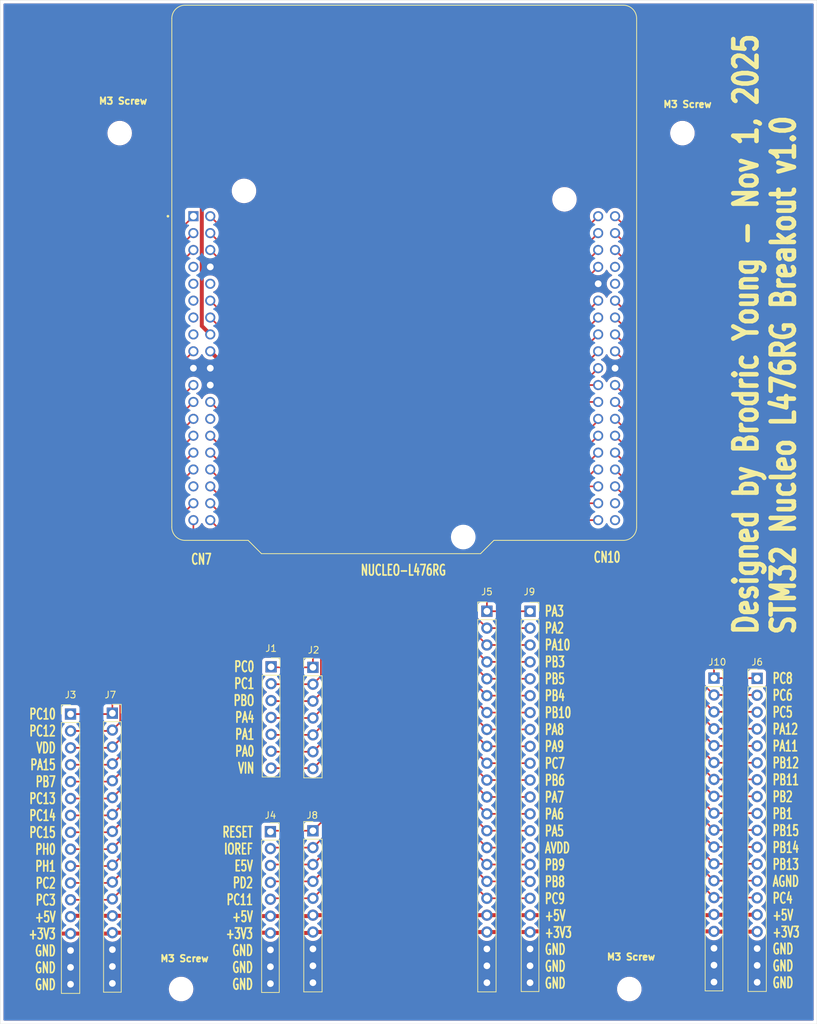
<source format=kicad_pcb>
(kicad_pcb (version 20241229) (generator "pcbnew") (generator_version "9.0")
  (layers (0 "F.Cu" signal) (2 "B.Cu" signal) (13 "F.Paste" user) (15 "B.Paste" user) (5 "F.SilkS" user "F.Silkscreen") (7 "B.SilkS" user "B.Silkscreen") (1 "F.Mask" user) (3 "B.Mask" user) (25 "Edge.Cuts" user))
  (net 0 "")
  (net 1 "/PH0")
  (net 2 "/IOREF")
  (net 3 "/PC14")
  (net 4 "/PC15")
  (net 5 "/PD2")
  (net 6 "/VIN")
  (net 7 "/+3V3")
  (net 8 "/PC1")
  (net 9 "/PB0")
  (net 10 "/PC10")
  (net 11 "/GND")
  (net 12 "/PA4")
  (net 13 "/PH1")
  (net 14 "/PC2")
  (net 15 "/PB7")
  (net 16 "/+5V")
  (net 17 "/PC0")
  (net 18 "/PA1")
  (net 19 "/PC13")
  (net 20 "/PA0")
  (net 21 "/PC12")
  (net 22 "/PC11")
  (net 23 "/VDD")
  (net 24 "/E5V")
  (net 25 "/PA15")
  (net 26 "/RESET")
  (net 27 "/PA8")
  (net 28 "/PB4")
  (net 29 "/PC4")
  (net 30 "/PB1")
  (net 31 "/PB12")
  (net 32 "/PB14")
  (net 33 "/PA5")
  (net 34 "/PA7")
  (net 35 "/PC8")
  (net 36 "/PC5")
  (net 37 "/PB6")
  (net 38 "/PB8")
  (net 39 "/AGND")
  (net 40 "/PA2")
  (net 41 "/AVDD")
  (net 42 "/PB13")
  (net 43 "/PB11")
  (net 44 "/PB2")
  (net 45 "/PA3")
  (net 46 "/PB10")
  (net 47 "/PB5")
  (net 48 "/PA10")
  (net 49 "/PA9")
  (net 50 "/PB15")
  (net 51 "/PA6")
  (net 52 "/PA12")
  (net 53 "/PB9")
  (net 54 "/PC7")
  (net 55 "/PC6")
  (net 56 "/PA11")
  (net 57 "/PB3")
  (net 58 "/PC9")
  (net 71 "/PC3")
  (footprint "Connector_PinHeader_2.54mm:PinHeader_1x10_P2.54mm_Vertical" (layer "F.Cu") (at 75.1 144.94)
    (property "Reference" "J8")
    (property "Value" "Conn_01x10" (hide yes))
  )
  (footprint "MountingHole:MountingHole_3.2mm_M3" (layer "F.Cu") (at 55.25 168.75)
    (property "Reference" "REF**" (hide yes))
    (property "Value" "MountingHole_3.2mm_M3" (hide yes))
  )
  (footprint "Connector_PinHeader_2.54mm:PinHeader_1x23_P2.54mm_Vertical" (layer "F.Cu") (at 101.3 111.92)
    (property "Reference" "J5" (hide yes))
    (property "Value" "CN10_Left" (hide yes))
  )
  (footprint "MountingHole:MountingHole_3.2mm_M3" (layer "F.Cu") (at 46 40)
    (property "Reference" "REF**" (hide yes))
    (property "Value" "MountingHole_3.2mm_M3" (hide yes))
  )
  (footprint "Connector_PinSocket_2.54mm:PinSocket_1x07_P2.54mm_Vertical" (layer "F.Cu") (at 68.8 120.28)
    (property "Reference" "J1")
    (property "Value" "Conn_01x07" (hide yes))
  )
  (footprint "MountingHole:MountingHole_3.2mm_M3" (layer "F.Cu") (at 122.75 168.75)
    (property "Reference" "REF**" (hide yes))
    (property "Value" "MountingHole_3.2mm_M3" (hide yes))
  )
  (footprint "MountingHole:MountingHole_3.2mm_M3" (layer "F.Cu") (at 130.75 40)
    (property "Reference" "REF**" (hide yes))
    (property "Value" "MountingHole_3.2mm_M3" (hide yes))
  )
  (footprint "Connector_PinHeader_2.54mm:PinHeader_1x07_P2.54mm_Vertical" (layer "F.Cu") (at 75.1 120.36)
    (property "Reference" "J2")
    (property "Value" "Conn_01x07" (hide yes))
  )
  (footprint "NUCLEO-L476RG:MODULE_NUCLEO-L476RG" (layer "F.Cu") (at 88.85 62.01)
    (property "Reference" "U1" (hide yes))
    (property "Value" "NUCLEO-L476RG")
  )
  (footprint "Connector_PinHeader_2.54mm:PinHeader_1x17_P2.54mm_Vertical" (layer "F.Cu") (at 38.6 127.39)
    (property "Reference" "J3" (hide yes))
    (property "Value" "CN7_Left" (hide yes))
  )
  (footprint "Connector_PinSocket_2.54mm:PinSocket_1x17_P2.54mm_Vertical" (layer "F.Cu") (at 44.9 127.26)
    (property "Reference" "J7" (hide yes))
    (property "Value" "CN7_Left" (hide yes))
  )
  (footprint "Connector_PinSocket_2.54mm:PinSocket_1x23_P2.54mm_Vertical" (layer "F.Cu") (at 107.8 111.92)
    (property "Reference" "J9")
    (property "Value" "CN10_Left" (hide yes))
  )
  (footprint "Connector_PinSocket_2.54mm:PinSocket_1x19_P2.54mm_Vertical" (layer "F.Cu") (at 135.5 121.98)
    (property "Reference" "J10" (hide yes))
    (property "Value" "CN10_Right" (hide yes))
  )
  (footprint "Connector_PinHeader_2.54mm:PinHeader_1x19_P2.54mm_Vertical" (layer "F.Cu") (at 142 122.02)
    (property "Reference" "J6" (hide yes))
    (property "Value" "CN10_Right" (hide yes))
  )
  (footprint "Connector_PinSocket_2.54mm:PinSocket_1x10_P2.54mm_Vertical" (layer "F.Cu") (at 68.7 145.08)
    (property "Reference" "J4")
    (property "Value" "Conn_01x10" (hide yes))
  )
  (gr_rect (start 28 20) (end 151 174) (stroke (width 0.05)) (fill no) (layer "Edge.Cuts"))
  (gr_text "M3 Screw" (at 52 164.75 0) (layer "F.SilkS") (effects (font (size 1 1) (thickness 0.25) (bold yes)) (justify left bottom)))
  (gr_text "M3 Screw" (at 127.75 36.25 0) (layer "F.SilkS") (effects (font (size 1 1) (thickness 0.25) (bold yes)) (justify left bottom)))
  (gr_text "CN7" (at 58.3 104.1 0) (layer "F.SilkS") (effects (font (size 1.58 1) (thickness 0.25) (bold yes))))
  (gr_text "J10" (at 136 119.57 0) (layer "F.SilkS") (effects (font (size 1 1))))
  (gr_text "Designed by Brodric Young - Nov 1, 2025\nSTM32 Nucleo L476RG Breakout v1.0" (at 148 115.75 90) (layer "F.SilkS") (effects (font (size 3.5 2.75) (thickness 0.6875) (bold yes)) (justify left bottom)))
  (gr_text "J5\n" (at 101.3 109 0) (layer "F.SilkS") (effects (font (size 1 1))))
  (gr_text "PC8\nPC6\nPC5\nPA12\nPA11\nPB12\nPB11\nPB2\nPB1\nPB15\nPB14\nPB13\nAGND\nPC4\n+5V\n+3V3\nGND\nGND\nGND" (at 144.2 144.92 0) (layer "F.SilkS") (effects (font (size 1.58 1) (thickness 0.25) (bold yes)) (justify left)))
  (gr_text "PA3\nPA2\nPA10\nPB3\nPB5\nPB4\nPB10\nPA8\nPA9\nPC7\nPB6\nPA7\nPA6\nPA5\nAVDD\nPB9\nPB8\nPC9\n+5V\n+3V3\nGND\nGND\nGND" (at 109.9 139.9 0) (layer "F.SilkS") (effects (font (size 1.58 1) (thickness 0.25) (bold yes)) (justify left)))
  (gr_text "J3\n" (at 38.6 124.5 0) (layer "F.SilkS") (effects (font (size 1 1))))
  (gr_text "M3 Screw" (at 119.25 164.5 0) (layer "F.SilkS") (effects (font (size 1 1) (thickness 0.25) (bold yes)) (justify left bottom)))
  (gr_text "CN10" (at 119.4 103.8 0) (layer "F.SilkS") (effects (font (size 1.58 1) (thickness 0.25) (bold yes))))
  (gr_text "J7" (at 44.6 124.5 0) (layer "F.SilkS") (effects (font (size 1 1))))
  (gr_text "PC0\nPC1\nPBO\nPA4\nPA1\nPA0\nVIN" (at 66.4 127.9 0) (layer "F.SilkS") (effects (font (size 1.58 1) (thickness 0.25) (bold yes)) (justify right)))
  (gr_text "M3 Screw" (at 42.75 35.75 0) (layer "F.SilkS") (effects (font (size 1 1) (thickness 0.25) (bold yes)) (justify left bottom)))
  (gr_text "RESET\nIOREF\nE5V\nPD2\nPC11\n+5V\n+3V3\nGND\nGND\nGND" (at 66.2 156.6 0) (layer "F.SilkS") (effects (font (size 1.58 1) (thickness 0.25) (bold yes)) (justify right)))
  (gr_text "J6" (at 142 119.57 0) (layer "F.SilkS") (effects (font (size 1 1))))
  (gr_text "PC10\nPC12\nVDD\nPA15\nPB7\nPC13\nPC14\nPC15\nPH0\nPH1\nPC2\nPC3\n+5V\n+3V3\nGND\nGND\nGND" (at 36.5 147.75 0) (layer "F.SilkS") (effects (font (size 1.58 1) (thickness 0.25) (bold yes)) (justify right)))
  (segment (start 44.9 147.58) (end 52.8 139.68) (width 0.25) (layer "F.Cu") (net 1))
  (segment (start 52.8 92.36) (end 57.1 88.06) (width 0.25) (layer "F.Cu") (net 1))
  (segment (start 38.6 147.71) (end 44.77 147.71) (width 0.25) (layer "F.Cu") (net 1))
  (segment (start 44.77 147.71) (end 44.9 147.58) (width 0.25) (layer "F.Cu") (net 1))
  (segment (start 52.8 139.68) (end 52.8 92.36) (width 0.25) (layer "F.Cu") (net 1))
  (segment (start 75.1 147.48) (end 84.051 138.529) (width 0.25) (layer "F.Cu") (net 2))
  (segment (start 84.051 89.611) (end 59.64 65.2) (width 0.25) (layer "F.Cu") (net 2))
  (segment (start 75.1 147.48) (end 68.84 147.48) (width 0.25) (layer "F.Cu") (net 2))
  (segment (start 68.84 147.48) (end 68.7 147.62) (width 0.25) (layer "F.Cu") (net 2))
  (segment (start 84.051 138.529) (end 84.051 89.611) (width 0.25) (layer "F.Cu") (net 2))
  (segment (start 38.6 142.63) (end 44.77 142.63) (width 0.25) (layer "F.Cu") (net 3))
  (segment (start 44.77 142.63) (end 44.9 142.5) (width 0.25) (layer "F.Cu") (net 3))
  (segment (start 50.051 90.029) (end 57.1 82.98) (width 0.25) (layer "F.Cu") (net 3))
  (segment (start 44.9 142.5) (end 50.051 137.349) (width 0.25) (layer "F.Cu") (net 3))
  (segment (start 50.051 137.349) (end 50.051 90.029) (width 0.25) (layer "F.Cu") (net 3))
  (segment (start 51.7 90.92) (end 57.1 85.52) (width 0.25) (layer "F.Cu") (net 4))
  (segment (start 51.7 138.24) (end 51.7 90.92) (width 0.25) (layer "F.Cu") (net 4))
  (segment (start 38.6 145.17) (end 44.77 145.17) (width 0.25) (layer "F.Cu") (net 4))
  (segment (start 44.9 145.04) (end 51.7 138.24) (width 0.25) (layer "F.Cu") (net 4))
  (segment (start 44.77 145.17) (end 44.9 145.04) (width 0.25) (layer "F.Cu") (net 4))
  (segment (start 75.1 152.56) (end 84.953 142.707) (width 0.25) (layer "F.Cu") (net 5))
  (segment (start 84.953 80.353) (end 59.64 55.04) (width 0.25) (layer "F.Cu") (net 5))
  (segment (start 84.953 142.707) (end 84.953 80.353) (width 0.25) (layer "F.Cu") (net 5))
  (segment (start 68.84 152.56) (end 68.7 152.7) (width 0.25) (layer "F.Cu") (net 5))
  (segment (start 75.1 152.56) (end 68.84 152.56) (width 0.25) (layer "F.Cu") (net 5))
  (segment (start 75.1 135.6) (end 78.555 132.145) (width 0.25) (layer "F.Cu") (net 6))
  (segment (start 78.555 99.355) (end 59.64 80.44) (width 0.25) (layer "F.Cu") (net 6))
  (segment (start 78.555 132.145) (end 78.555 99.355) (width 0.25) (layer "F.Cu") (net 6))
  (segment (start 68.8 135.52) (end 75.02 135.52) (width 0.25) (layer "F.Cu") (net 6))
  (segment (start 75.02 135.52) (end 75.1 135.6) (width 0.25) (layer "F.Cu") (net 6))
  (segment (start 38.6 160.41) (end 44.77 160.41) (width 0.6) (layer "F.Cu") (net 7))
  (segment (start 135.5 160.08) (end 107.9 160.08) (width 0.6) (layer "F.Cu") (net 7))
  (segment (start 107.8 160.18) (end 101.3 160.18) (width 0.6) (layer "F.Cu") (net 7))
  (segment (start 31.25 158.85) (end 32.8 160.4) (width 0.6) (layer "F.Cu") (net 7))
  (segment (start 32.8 160.4) (end 34.9 160.4) (width 0.6) (layer "F.Cu") (net 7))
  (segment (start 59.64 70.28) (end 58.363 69.003) (width 0.6) (layer "F.Cu") (net 7))
  (segment (start 101.3 160.18) (end 75.1 160.18) (width 0.6) (layer "F.Cu") (net 7))
  (segment (start 44.77 160.41) (end 44.9 160.28) (width 0.6) (layer "F.Cu") (net 7))
  (segment (start 34.91 160.41) (end 38.6 160.41) (width 0.6) (layer "F.Cu") (net 7))
  (segment (start 135.54 160.12) (end 135.5 160.08) (width 0.6) (layer "F.Cu") (net 7))
  (segment (start 34.9 160.4) (end 34.91 160.41) (width 0.6) (layer "F.Cu") (net 7))
  (segment (start 58.363 50.963) (end 55.9 48.5) (width 0.6) (layer "F.Cu") (net 7))
  (segment (start 55.9 48.5) (end 50.7 48.5) (width 0.6) (layer "F.Cu") (net 7))
  (segment (start 142 160.12) (end 135.54 160.12) (width 0.6) (layer "F.Cu") (net 7))
  (segment (start 68.7 160.32) (end 74.96 160.32) (width 0.6) (layer "F.Cu") (net 7))
  (segment (start 31.25 67.95) (end 31.25 158.85) (width 0.6) (layer "F.Cu") (net 7))
  (segment (start 44.9 160.28) (end 68.66 160.28) (width 0.6) (layer "F.Cu") (net 7))
  (segment (start 107.9 160.08) (end 107.8 160.18) (width 0.6) (layer "F.Cu") (net 7))
  (segment (start 68.66 160.28) (end 68.7 160.32) (width 0.6) (layer "F.Cu") (net 7))
  (segment (start 58.363 69.003) (end 58.363 50.963) (width 0.6) (layer "F.Cu") (net 7))
  (segment (start 74.96 160.32) (end 75.1 160.18) (width 0.6) (layer "F.Cu") (net 7))
  (segment (start 50.7 48.5) (end 31.25 67.95) (width 0.6) (layer "F.Cu") (net 7))
  (segment (start 76.3 121.7) (end 76.3 112.34) (width 0.25) (layer "F.Cu") (net 8))
  (segment (start 68.88 122.9) (end 68.8 122.82) (width 0.25) (layer "F.Cu") (net 8))
  (segment (start 75.1 122.9) (end 76.3 121.7) (width 0.25) (layer "F.Cu") (net 8))
  (segment (start 75.1 122.9) (end 68.88 122.9) (width 0.25) (layer "F.Cu") (net 8))
  (segment (start 76.3 112.34) (end 59.64 95.68) (width 0.25) (layer "F.Cu") (net 8))
  (segment (start 76.751 110.251) (end 59.64 93.14) (width 0.25) (layer "F.Cu") (net 9))
  (segment (start 75.1 125.44) (end 68.88 125.44) (width 0.25) (layer "F.Cu") (net 9))
  (segment (start 75.1 125.44) (end 76.751 123.789) (width 0.25) (layer "F.Cu") (net 9))
  (segment (start 76.751 123.789) (end 76.751 110.251) (width 0.25) (layer "F.Cu") (net 9))
  (segment (start 68.88 125.44) (end 68.8 125.36) (width 0.25) (layer "F.Cu") (net 9))
  (segment (start 44.9 64.7) (end 57.1 52.5) (width 0.25) (layer "F.Cu") (net 10))
  (segment (start 44.77 127.39) (end 44.9 127.26) (width 0.25) (layer "F.Cu") (net 10))
  (segment (start 38.6 127.39) (end 44.77 127.39) (width 0.25) (layer "F.Cu") (net 10))
  (segment (start 44.9 127.26) (end 44.9 64.7) (width 0.25) (layer "F.Cu") (net 10))
  (segment (start 75.1 127.98) (end 77.202 125.878) (width 0.25) (layer "F.Cu") (net 12))
  (segment (start 68.88 127.98) (end 68.8 127.9) (width 0.25) (layer "F.Cu") (net 12))
  (segment (start 77.202 125.878) (end 77.202 108.162) (width 0.25) (layer "F.Cu") (net 12))
  (segment (start 75.1 127.98) (end 68.88 127.98) (width 0.25) (layer "F.Cu") (net 12))
  (segment (start 77.202 108.162) (end 59.64 90.6) (width 0.25) (layer "F.Cu") (net 12))
  (segment (start 44.77 150.25) (end 44.9 150.12) (width 0.25) (layer "F.Cu") (net 13))
  (segment (start 38.6 150.25) (end 44.77 150.25) (width 0.25) (layer "F.Cu") (net 13))
  (segment (start 53.251 94.449) (end 57.1 90.6) (width 0.25) (layer "F.Cu") (net 13))
  (segment (start 53.251 141.769) (end 53.251 94.449) (width 0.25) (layer "F.Cu") (net 13))
  (segment (start 44.9 150.12) (end 53.251 141.769) (width 0.25) (layer "F.Cu") (net 13))
  (segment (start 38.6 152.79) (end 44.77 152.79) (width 0.25) (layer "F.Cu") (net 14))
  (segment (start 44.9 152.66) (end 53.702 143.858) (width 0.25) (layer "F.Cu") (net 14))
  (segment (start 53.702 99.078) (end 57.1 95.68) (width 0.25) (layer "F.Cu") (net 14))
  (segment (start 44.77 152.79) (end 44.9 152.66) (width 0.25) (layer "F.Cu") (net 14))
  (segment (start 53.702 143.858) (end 53.702 99.078) (width 0.25) (layer "F.Cu") (net 14))
  (segment (start 44.77 137.55) (end 44.9 137.42) (width 0.25) (layer "F.Cu") (net 15))
  (segment (start 49.1 133.22) (end 49.1 85.9) (width 0.25) (layer "F.Cu") (net 15))
  (segment (start 38.6 137.55) (end 44.77 137.55) (width 0.25) (layer "F.Cu") (net 15))
  (segment (start 44.9 137.42) (end 49.1 133.22) (width 0.25) (layer "F.Cu") (net 15))
  (segment (start 49.1 85.9) (end 57.1 77.9) (width 0.25) (layer "F.Cu") (net 15))
  (segment (start 57.6 141.4) (end 59.3 139.7) (width 0.6) (layer "F.Cu") (net 16))
  (segment (start 44.9 157.74) (end 54.46 157.74) (width 0.6) (layer "F.Cu") (net 16))
  (segment (start 136 157.58) (end 142 157.58) (width 0.6) (layer "F.Cu") (net 16))
  (segment (start 68.7 157.78) (end 60.78 157.78) (width 0.6) (layer "F.Cu") (net 16))
  (segment (start 135.96 157.54) (end 136 157.58) (width 0.6) (layer "F.Cu") (net 16))
  (segment (start 38.73 157.74) (end 38.6 157.87) (width 0.6) (layer "F.Cu") (net 16))
  (segment (start 74.96 157.78) (end 75.1 157.64) (width 0.6) (layer "F.Cu") (net 16))
  (segment (start 80.8 135.6) (end 80.8 93.98) (width 0.6) (layer "F.Cu") (net 16))
  (segment (start 59.3 139.7) (end 76.7 139.7) (width 0.6) (layer "F.Cu") (net 16))
  (segment (start 76.7 139.7) (end 80.8 135.6) (width 0.6) (layer "F.Cu") (net 16))
  (segment (start 60.78 157.78) (end 57.6 154.6) (width 0.6) (layer "F.Cu") (net 16))
  (segment (start 54.46 157.74) (end 57.6 154.6) (width 0.6) (layer "F.Cu") (net 16))
  (segment (start 107.8 157.64) (end 135.4 157.64) (width 0.6) (layer "F.Cu") (net 16))
  (segment (start 135.5 157.54) (end 135.96 157.54) (width 0.6) (layer "F.Cu") (net 16))
  (segment (start 68.7 157.78) (end 74.96 157.78) (width 0.6) (layer "F.Cu") (net 16))
  (segment (start 135.4 157.64) (end 135.5 157.54) (width 0.6) (layer "F.Cu") (net 16))
  (segment (start 75.1 157.64) (end 101.3 157.64) (width 0.6) (layer "F.Cu") (net 16))
  (segment (start 44.9 157.74) (end 38.73 157.74) (width 0.6) (layer "F.Cu") (net 16))
  (segment (start 80.8 93.98) (end 59.64 72.82) (width 0.6) (layer "F.Cu") (net 16))
  (segment (start 101.3 157.64) (end 107.8 157.64) (width 0.6) (layer "F.Cu") (net 16))
  (segment (start 57.6 154.6) (end 57.6 141.4) (width 0.6) (layer "F.Cu") (net 16))
  (segment (start 75.1 113.68) (end 59.64 98.22) (width 0.25) (layer "F.Cu") (net 17))
  (segment (start 75.1 120.36) (end 75.1 113.68) (width 0.25) (layer "F.Cu") (net 17))
  (segment (start 75.1 120.36) (end 68.88 120.36) (width 0.25) (layer "F.Cu") (net 17))
  (segment (start 68.88 120.36) (end 68.8 120.28) (width 0.25) (layer "F.Cu") (net 17))
  (segment (start 77.653 127.967) (end 77.653 106.073) (width 0.25) (layer "F.Cu") (net 18))
  (segment (start 75.1 130.52) (end 77.653 127.967) (width 0.25) (layer "F.Cu") (net 18))
  (segment (start 75.1 130.52) (end 68.88 130.52) (width 0.25) (layer "F.Cu") (net 18))
  (segment (start 77.653 106.073) (end 59.64 88.06) (width 0.25) (layer "F.Cu") (net 18))
  (segment (start 68.88 130.52) (end 68.8 130.44) (width 0.25) (layer "F.Cu") (net 18))
  (segment (start 49.6 135.26) (end 49.6 87.94) (width 0.25) (layer "F.Cu") (net 19))
  (segment (start 44.9 139.96) (end 49.6 135.26) (width 0.25) (layer "F.Cu") (net 19))
  (segment (start 49.6 87.94) (end 57.1 80.44) (width 0.25) (layer "F.Cu") (net 19))
  (segment (start 38.6 140.09) (end 44.77 140.09) (width 0.25) (layer "F.Cu") (net 19))
  (segment (start 44.77 140.09) (end 44.9 139.96) (width 0.25) (layer "F.Cu") (net 19))
  (segment (start 68.88 133.06) (end 68.8 132.98) (width 0.25) (layer "F.Cu") (net 20))
  (segment (start 78.104 130.056) (end 78.104 103.984) (width 0.25) (layer "F.Cu") (net 20))
  (segment (start 75.1 133.06) (end 78.104 130.056) (width 0.25) (layer "F.Cu") (net 20))
  (segment (start 78.104 103.984) (end 59.64 85.52) (width 0.25) (layer "F.Cu") (net 20))
  (segment (start 75.1 133.06) (end 68.88 133.06) (width 0.25) (layer "F.Cu") (net 20))
  (segment (start 44.77 129.93) (end 44.9 129.8) (width 0.25) (layer "F.Cu") (net 21))
  (segment (start 46.076 66.064) (end 57.1 55.04) (width 0.25) (layer "F.Cu") (net 21))
  (segment (start 38.6 129.93) (end 44.77 129.93) (width 0.25) (layer "F.Cu") (net 21))
  (segment (start 46.076 128.624) (end 46.076 66.064) (width 0.25) (layer "F.Cu") (net 21))
  (segment (start 44.9 129.8) (end 46.076 128.624) (width 0.25) (layer "F.Cu") (net 21))
  (segment (start 85.404 144.796) (end 85.404 78.264) (width 0.25) (layer "F.Cu") (net 22))
  (segment (start 68.84 155.1) (end 68.7 155.24) (width 0.25) (layer "F.Cu") (net 22))
  (segment (start 75.1 155.1) (end 85.404 144.796) (width 0.25) (layer "F.Cu") (net 22))
  (segment (start 85.404 78.264) (end 59.64 52.5) (width 0.25) (layer "F.Cu") (net 22))
  (segment (start 75.1 155.1) (end 68.84 155.1) (width 0.25) (layer "F.Cu") (net 22))
  (segment (start 38.6 132.47) (end 44.77 132.47) (width 0.25) (layer "F.Cu") (net 23))
  (segment (start 44.77 132.47) (end 44.9 132.34) (width 0.25) (layer "F.Cu") (net 23))
  (segment (start 46.527 130.713) (end 46.527 68.153) (width 0.25) (layer "F.Cu") (net 23))
  (segment (start 46.527 68.153) (end 57.1 57.58) (width 0.25) (layer "F.Cu") (net 23))
  (segment (start 44.9 132.34) (end 46.527 130.713) (width 0.25) (layer "F.Cu") (net 23))
  (segment (start 75.1 150.02) (end 84.502 140.618) (width 0.25) (layer "F.Cu") (net 24))
  (segment (start 84.502 82.442) (end 59.64 57.58) (width 0.25) (layer "F.Cu") (net 24))
  (segment (start 75.1 150.02) (end 68.84 150.02) (width 0.25) (layer "F.Cu") (net 24))
  (segment (start 84.502 140.618) (end 84.502 82.442) (width 0.25) (layer "F.Cu") (net 24))
  (segment (start 68.84 150.02) (end 68.7 150.16) (width 0.25) (layer "F.Cu") (net 24))
  (segment (start 44.9 134.88) (end 46.978 132.802) (width 0.25) (layer "F.Cu") (net 25))
  (segment (start 46.978 82.942) (end 57.1 72.82) (width 0.25) (layer "F.Cu") (net 25))
  (segment (start 44.77 135.01) (end 44.9 134.88) (width 0.25) (layer "F.Cu") (net 25))
  (segment (start 46.978 132.802) (end 46.978 82.942) (width 0.25) (layer "F.Cu") (net 25))
  (segment (start 38.6 135.01) (end 44.77 135.01) (width 0.25) (layer "F.Cu") (net 25))
  (segment (start 83.6 91.7) (end 59.64 67.74) (width 0.25) (layer "F.Cu") (net 26))
  (segment (start 68.84 144.94) (end 68.7 145.08) (width 0.25) (layer "F.Cu") (net 26))
  (segment (start 83.6 136.44) (end 83.6 91.7) (width 0.25) (layer "F.Cu") (net 26))
  (segment (start 75.1 144.94) (end 83.6 136.44) (width 0.25) (layer "F.Cu") (net 26))
  (segment (start 75.1 144.94) (end 68.84 144.94) (width 0.25) (layer "F.Cu") (net 26))
  (segment (start 101.3 129.7) (end 95.6 124) (width 0.25) (layer "F.Cu") (net 27))
  (segment (start 114.46 80.44) (end 118.06 80.44) (width 0.25) (layer "F.Cu") (net 27))
  (segment (start 95.6 99.3) (end 114.46 80.44) (width 0.25) (layer "F.Cu") (net 27))
  (segment (start 101.3 129.7) (end 107.8 129.7) (width 0.25) (layer "F.Cu") (net 27))
  (segment (start 95.6 124) (end 95.6 99.3) (width 0.25) (layer "F.Cu") (net 27))
  (segment (start 97.696 121.016) (end 97.696 105.884) (width 0.25) (layer "F.Cu") (net 28))
  (segment (start 97.696 105.884) (end 118.06 85.52) (width 0.25) (layer "F.Cu") (net 28))
  (segment (start 101.3 124.62) (end 107.8 124.62) (width 0.25) (layer "F.Cu") (net 28))
  (segment (start 101.3 124.62) (end 97.696 121.016) (width 0.25) (layer "F.Cu") (net 28))
  (segment (start 123.7 143.2) (end 123.7 96.24) (width 0.25) (layer "F.Cu") (net 29))
  (segment (start 135.5 155) (end 141.96 155) (width 0.25) (layer "F.Cu") (net 29))
  (segment (start 123.7 96.24) (end 120.6 93.14) (width 0.25) (layer "F.Cu") (net 29))
  (segment (start 141.96 155) (end 142 155.04) (width 0.25) (layer "F.Cu") (net 29))
  (segment (start 135.5 155) (end 123.7 143.2) (width 0.25) (layer "F.Cu") (net 29))
  (segment (start 135.5 142.3) (end 129.3 136.1) (width 0.25) (layer "F.Cu") (net 30))
  (segment (start 135.5 142.3) (end 141.96 142.3) (width 0.25) (layer "F.Cu") (net 30))
  (segment (start 129.3 136.1) (end 129.3 89.14) (width 0.25) (layer "F.Cu") (net 30))
  (segment (start 129.3 89.14) (end 120.6 80.44) (width 0.25) (layer "F.Cu") (net 30))
  (segment (start 141.96 142.3) (end 142 142.34) (width 0.25) (layer "F.Cu") (net 30))
  (segment (start 135.5 134.68) (end 131.496 130.676) (width 0.25) (layer "F.Cu") (net 31))
  (segment (start 135.68 134.68) (end 135.72 134.72) (width 0.25) (layer "F.Cu") (net 31))
  (segment (start 131.496 81.176) (end 120.6 70.28) (width 0.25) (layer "F.Cu") (net 31))
  (segment (start 135.72 134.72) (end 142 134.72) (width 0.25) (layer "F.Cu") (net 31))
  (segment (start 131.496 130.676) (end 131.496 81.176) (width 0.25) (layer "F.Cu") (net 31))
  (segment (start 135.5 134.68) (end 135.68 134.68) (width 0.25) (layer "F.Cu") (net 31))
  (segment (start 135.5 147.38) (end 141.96 147.38) (width 0.25) (layer "F.Cu") (net 32))
  (segment (start 126.9 91.82) (end 120.6 85.52) (width 0.25) (layer "F.Cu") (net 32))
  (segment (start 135.5 147.38) (end 126.9 138.78) (width 0.25) (layer "F.Cu") (net 32))
  (segment (start 141.96 147.38) (end 142 147.42) (width 0.25) (layer "F.Cu") (net 32))
  (segment (start 126.9 138.78) (end 126.9 91.82) (width 0.25) (layer "F.Cu") (net 32))
  (segment (start 92.894 90.366) (end 118.06 65.2) (width 0.25) (layer "F.Cu") (net 33))
  (segment (start 101.3 144.94) (end 92.894 136.534) (width 0.25) (layer "F.Cu") (net 33))
  (segment (start 92.894 136.534) (end 92.894 90.366) (width 0.25) (layer "F.Cu") (net 33))
  (segment (start 101.3 144.94) (end 107.8 144.94) (width 0.25) (layer "F.Cu") (net 33))
  (segment (start 93.796 94.544) (end 118.06 70.28) (width 0.25) (layer "F.Cu") (net 34))
  (segment (start 101.3 139.86) (end 107.8 139.86) (width 0.25) (layer "F.Cu") (net 34))
  (segment (start 93.796 132.356) (end 93.796 94.544) (width 0.25) (layer "F.Cu") (net 34))
  (segment (start 101.3 139.86) (end 93.796 132.356) (width 0.25) (layer "F.Cu") (net 34))
  (segment (start 141.96 121.98) (end 142 122.02) (width 0.25) (layer "F.Cu") (net 35))
  (segment (start 135.5 121.98) (end 141.96 121.98) (width 0.25) (layer "F.Cu") (net 35))
  (segment (start 135.5 121.98) (end 135.5 67.4) (width 0.25) (layer "F.Cu") (net 35))
  (segment (start 135.5 67.4) (end 120.6 52.5) (width 0.25) (layer "F.Cu") (net 35))
  (segment (start 132.849 124.409) (end 132.849 69.829) (width 0.25) (layer "F.Cu") (net 36))
  (segment (start 135.5 127.06) (end 132.849 124.409) (width 0.25) (layer "F.Cu") (net 36))
  (segment (start 132.849 69.829) (end 120.6 57.58) (width 0.25) (layer "F.Cu") (net 36))
  (segment (start 135.5 127.06) (end 141.96 127.06) (width 0.25) (layer "F.Cu") (net 36))
  (segment (start 141.96 127.06) (end 142 127.1) (width 0.25) (layer "F.Cu") (net 36))
  (segment (start 94.247 96.633) (end 118.06 72.82) (width 0.25) (layer "F.Cu") (net 37))
  (segment (start 101.3 137.32) (end 107.8 137.32) (width 0.25) (layer "F.Cu") (net 37))
  (segment (start 101.3 137.32) (end 94.247 130.267) (width 0.25) (layer "F.Cu") (net 37))
  (segment (start 94.247 130.267) (end 94.247 96.633) (width 0.25) (layer "F.Cu") (net 37))
  (segment (start 101.3 152.56) (end 91.541 142.801) (width 0.25) (layer "F.Cu") (net 38))
  (segment (start 91.541 81.559) (end 118.06 55.04) (width 0.25) (layer "F.Cu") (net 38))
  (segment (start 101.3 152.56) (end 107.8 152.56) (width 0.25) (layer "F.Cu") (net 38))
  (segment (start 91.541 142.801) (end 91.541 81.559) (width 0.25) (layer "F.Cu") (net 38))
  (segment (start 135.5 152.46) (end 124.9 141.86) (width 0.25) (layer "F.Cu") (net 39))
  (segment (start 124.9 94.5) (end 124.5 94.5) (width 0.25) (layer "F.Cu") (net 39))
  (segment (start 141.96 152.46) (end 142 152.5) (width 0.25) (layer "F.Cu") (net 39))
  (segment (start 135.5 152.46) (end 141.96 152.46) (width 0.25) (layer "F.Cu") (net 39))
  (segment (start 124.9 141.86) (end 124.9 94.5) (width 0.25) (layer "F.Cu") (net 39))
  (segment (start 124.5 94.5) (end 120.6 90.6) (width 0.25) (layer "F.Cu") (net 39))
  (segment (start 113.82 95.68) (end 118.06 95.68) (width 0.25) (layer "F.Cu") (net 40))
  (segment (start 101.3 114.46) (end 107.8 114.46) (width 0.25) (layer "F.Cu") (net 40))
  (segment (start 101.3 114.46) (end 99.5 112.66) (width 0.25) (layer "F.Cu") (net 40))
  (segment (start 99.5 110) (end 113.82 95.68) (width 0.25) (layer "F.Cu") (net 40))
  (segment (start 99.5 112.66) (end 99.5 110) (width 0.25) (layer "F.Cu") (net 40))
  (segment (start 92.443 138.623) (end 92.443 85.737) (width 0.25) (layer "F.Cu") (net 41))
  (segment (start 92.443 85.737) (end 118.06 60.12) (width 0.25) (layer "F.Cu") (net 41))
  (segment (start 101.3 147.48) (end 107.8 147.48) (width 0.25) (layer "F.Cu") (net 41))
  (segment (start 101.3 147.48) (end 92.443 138.623) (width 0.25) (layer "F.Cu") (net 41))
  (segment (start 135.5 149.92) (end 125.8 140.22) (width 0.25) (layer "F.Cu") (net 42))
  (segment (start 135.5 149.92) (end 141.96 149.92) (width 0.25) (layer "F.Cu") (net 42))
  (segment (start 125.8 93.26) (end 120.6 88.06) (width 0.25) (layer "F.Cu") (net 42))
  (segment (start 125.8 140.22) (end 125.8 93.26) (width 0.25) (layer "F.Cu") (net 42))
  (segment (start 141.96 149.92) (end 142 149.96) (width 0.25) (layer "F.Cu") (net 42))
  (segment (start 141.96 137.22) (end 142 137.26) (width 0.25) (layer "F.Cu") (net 43))
  (segment (start 135.5 137.22) (end 141.96 137.22) (width 0.25) (layer "F.Cu") (net 43))
  (segment (start 135.5 137.22) (end 131 132.72) (width 0.25) (layer "F.Cu") (net 43))
  (segment (start 131 83.22) (end 120.6 72.82) (width 0.25) (layer "F.Cu") (net 43))
  (segment (start 131 132.72) (end 131 83.22) (width 0.25) (layer "F.Cu") (net 43))
  (segment (start 130.549 134.809) (end 130.549 87.849) (width 0.25) (layer "F.Cu") (net 44))
  (segment (start 130.549 87.849) (end 120.6 77.9) (width 0.25) (layer "F.Cu") (net 44))
  (segment (start 141.96 139.76) (end 142 139.8) (width 0.25) (layer "F.Cu") (net 44))
  (segment (start 135.5 139.76) (end 130.549 134.809) (width 0.25) (layer "F.Cu") (net 44))
  (segment (start 135.5 139.76) (end 141.96 139.76) (width 0.25) (layer "F.Cu") (net 44))
  (segment (start 101.3 111.92) (end 101.3 110.4) (width 0.25) (layer "F.Cu") (net 45))
  (segment (start 113.48 98.22) (end 118.06 98.22) (width 0.25) (layer "F.Cu") (net 45))
  (segment (start 101.3 110.4) (end 113.48 98.22) (width 0.25) (layer "F.Cu") (net 45))
  (segment (start 101.3 111.92) (end 107.8 111.92) (width 0.25) (layer "F.Cu") (net 45))
  (segment (start 97.245 123.105) (end 97.245 104.049486) (width 0.25) (layer "F.Cu") (net 46))
  (segment (start 118.06 83.234486) (end 118.06 82.98) (width 0.25) (layer "F.Cu") (net 46))
  (segment (start 97.245 104.049486) (end 118.06 83.234486) (width 0.25) (layer "F.Cu") (net 46))
  (segment (start 101.3 127.16) (end 97.245 123.105) (width 0.25) (layer "F.Cu") (net 46))
  (segment (start 101.3 127.16) (end 107.8 127.16) (width 0.25) (layer "F.Cu") (net 46))
  (segment (start 98.147 107.973) (end 118.06 88.06) (width 0.25) (layer "F.Cu") (net 47))
  (segment (start 101.3 122.08) (end 98.147 118.927) (width 0.25) (layer "F.Cu") (net 47))
  (segment (start 98.147 118.927) (end 98.147 107.973) (width 0.25) (layer "F.Cu") (net 47))
  (segment (start 101.3 122.08) (end 107.8 122.08) (width 0.25) (layer "F.Cu") (net 47))
  (segment (start 99.049 109.81319) (end 115.72219 93.14) (width 0.25) (layer "F.Cu") (net 48))
  (segment (start 101.3 117) (end 99.049 114.749) (width 0.25) (layer "F.Cu") (net 48))
  (segment (start 99.049 114.749) (end 99.049 109.81319) (width 0.25) (layer "F.Cu") (net 48))
  (segment (start 115.72219 93.14) (end 118.06 93.14) (width 0.25) (layer "F.Cu") (net 48))
  (segment (start 101.3 117) (end 107.8 117) (width 0.25) (layer "F.Cu") (net 48))
  (segment (start 95.149 99.11319) (end 116.36219 77.9) (width 0.25) (layer "F.Cu") (net 49))
  (segment (start 116.36219 77.9) (end 118.06 77.9) (width 0.25) (layer "F.Cu") (net 49))
  (segment (start 95.149 126.089) (end 95.149 99.11319) (width 0.25) (layer "F.Cu") (net 49))
  (segment (start 101.3 132.24) (end 95.149 126.089) (width 0.25) (layer "F.Cu") (net 49))
  (segment (start 101.3 132.24) (end 107.8 132.24) (width 0.25) (layer "F.Cu") (net 49))
  (segment (start 135.5 144.84) (end 128.2 137.54) (width 0.25) (layer "F.Cu") (net 50))
  (segment (start 135.5 144.84) (end 141.96 144.84) (width 0.25) (layer "F.Cu") (net 50))
  (segment (start 141.96 144.84) (end 142 144.88) (width 0.25) (layer "F.Cu") (net 50))
  (segment (start 128.2 137.54) (end 128.2 90.58) (width 0.25) (layer "F.Cu") (net 50))
  (segment (start 128.2 90.58) (end 120.6 82.98) (width 0.25) (layer "F.Cu") (net 50))
  (segment (start 93.345 134.445) (end 93.345 92.455) (width 0.25) (layer "F.Cu") (net 51))
  (segment (start 101.3 142.4) (end 93.345 134.445) (width 0.25) (layer "F.Cu") (net 51))
  (segment (start 101.3 142.4) (end 107.8 142.4) (width 0.25) (layer "F.Cu") (net 51))
  (segment (start 93.345 92.455) (end 118.06 67.74) (width 0.25) (layer "F.Cu") (net 51))
  (segment (start 141.96 129.6) (end 142 129.64) (width 0.25) (layer "F.Cu") (net 52))
  (segment (start 135.5 129.6) (end 141.96 129.6) (width 0.25) (layer "F.Cu") (net 52))
  (segment (start 132.398 76.998) (end 120.6 65.2) (width 0.25) (layer "F.Cu") (net 52))
  (segment (start 135.5 129.6) (end 132.398 126.498) (width 0.25) (layer "F.Cu") (net 52))
  (segment (start 132.398 126.498) (end 132.398 76.998) (width 0.25) (layer "F.Cu") (net 52))
  (segment (start 101.3 150.02) (end 91.992 140.712) (width 0.25) (layer "F.Cu") (net 53))
  (segment (start 91.992 83.648) (end 118.06 57.58) (width 0.25) (layer "F.Cu") (net 53))
  (segment (start 101.3 150.02) (end 107.8 150.02) (width 0.25) (layer "F.Cu") (net 53))
  (segment (start 91.992 140.712) (end 91.992 83.648) (width 0.25) (layer "F.Cu") (net 53))
  (segment (start 101.3 134.78) (end 107.8 134.78) (width 0.25) (layer "F.Cu") (net 54))
  (segment (start 94.698 98.722) (end 118.06 75.36) (width 0.25) (layer "F.Cu") (net 54))
  (segment (start 94.698 128.178) (end 94.698 98.722) (width 0.25) (layer "F.Cu") (net 54))
  (segment (start 101.3 134.78) (end 94.698 128.178) (width 0.25) (layer "F.Cu") (net 54))
  (segment (start 133.3 67.74) (end 120.6 55.04) (width 0.25) (layer "F.Cu") (net 55))
  (segment (start 141.96 124.52) (end 142 124.56) (width 0.25) (layer "F.Cu") (net 55))
  (segment (start 135.5 124.52) (end 141.96 124.52) (width 0.25) (layer "F.Cu") (net 55))
  (segment (start 133.3 122.32) (end 133.3 67.74) (width 0.25) (layer "F.Cu") (net 55))
  (segment (start 135.5 124.52) (end 133.3 122.32) (width 0.25) (layer "F.Cu") (net 55))
  (segment (start 135.5 132.14) (end 135.54 132.18) (width 0.25) (layer "F.Cu") (net 56))
  (segment (start 131.947 79.087) (end 120.6 67.74) (width 0.25) (layer "F.Cu") (net 56))
  (segment (start 135.5 132.14) (end 131.947 128.587) (width 0.25) (layer "F.Cu") (net 56))
  (segment (start 135.54 132.18) (end 142 132.18) (width 0.25) (layer "F.Cu") (net 56))
  (segment (start 131.947 128.587) (end 131.947 79.087) (width 0.25) (layer "F.Cu") (net 56))
  (segment (start 101.3 119.54) (end 98.598 116.838) (width 0.25) (layer "F.Cu") (net 57))
  (segment (start 98.598 109.62638) (end 117.62438 90.6) (width 0.25) (layer "F.Cu") (net 57))
  (segment (start 98.598 116.838) (end 98.598 109.62638) (width 0.25) (layer "F.Cu") (net 57))
  (segment (start 117.62438 90.6) (end 118.06 90.6) (width 0.25) (layer "F.Cu") (net 57))
  (segment (start 101.3 119.54) (end 107.8 119.54) (width 0.25) (layer "F.Cu") (net 57))
  (segment (start 91.09 79.47) (end 118.06 52.5) (width 0.25) (layer "F.Cu") (net 58))
  (segment (start 101.3 155.1) (end 91.09 144.89) (width 0.25) (layer "F.Cu") (net 58))
  (segment (start 101.3 155.1) (end 107.8 155.1) (width 0.25) (layer "F.Cu") (net 58))
  (segment (start 91.09 144.89) (end 91.09 79.47) (width 0.25) (layer "F.Cu") (net 58))
  (segment (start 38.6 155.33) (end 44.77 155.33) (width 0.25) (layer "F.Cu") (net 71))
  (segment (start 44.77 155.33) (end 44.9 155.2) (width 0.25) (layer "F.Cu") (net 71))
  (segment (start 44.9 155.2) (end 55.5 144.6) (width 0.25) (layer "F.Cu") (net 71))
  (segment (start 55.5 102.2) (end 57.1 100.6) (width 0.25) (layer "F.Cu") (net 71))
  (segment (start 57.1 100.6) (end 57.1 98.22) (width 0.25) (layer "F.Cu") (net 71))
  (segment (start 55.5 144.6) (end 55.5 102.2) (width 0.25) (layer "F.Cu") (net 71))
  (zone (net 11) (net_name "/GND") (layers "F.Cu" "B.Cu") (connect_pads yes (clearance 0.5)) (min_thickness 0.25) (fill yes (thermal_gap 0.5) (thermal_bridge_width 0.5))
    (polygon (pts (xy 28 20) (xy 151 20) (xy 151 174) (xy 28 174)))
  )
)
</source>
